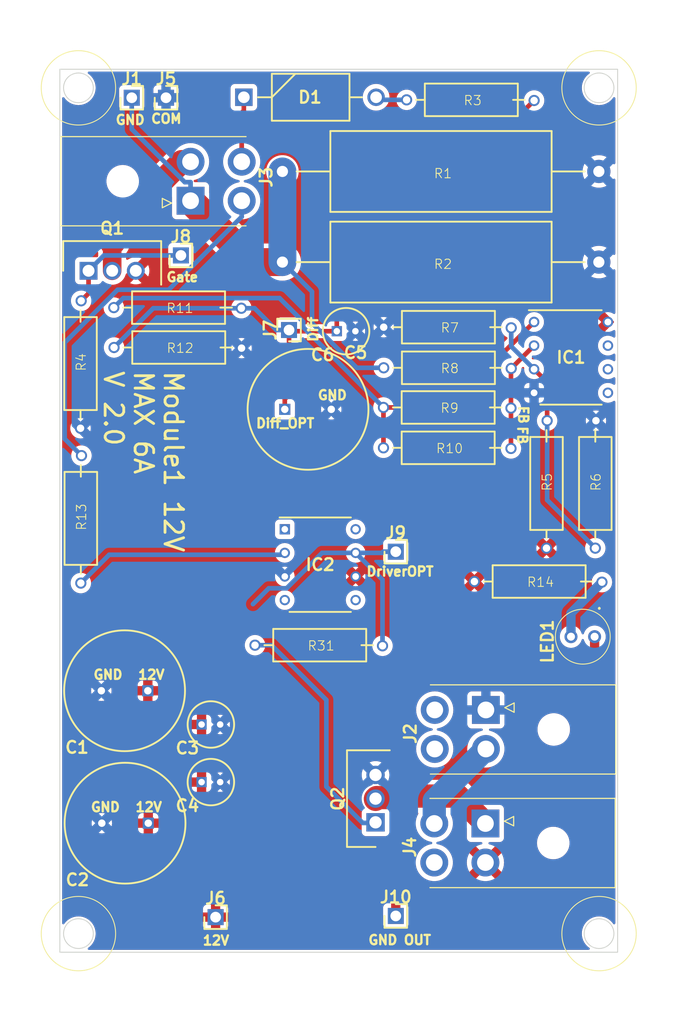
<source format=kicad_pcb>
(kicad_pcb (version 20221018) (generator pcbnew)
  (layers (0 "F.Cu" signal) (31 "B.Cu" signal) (34 "B.Paste" user) (35 "F.Paste" user) (36 "B.SilkS" user "B.Silkscreen") (37 "F.SilkS" user "F.Silkscreen") (38 "B.Mask" user) (39 "F.Mask" user) (44 "Edge.Cuts" user))
  (net 0 "")
  (net 1 "GND")
  (net 2 "Net-(D1-A)")
  (net 3 "/GateDriverOpt")
  (net 4 "/DiffOpt")
  (net 5 "/GateDriverIn")
  (net 6 "Net-(LED1-A)")
  (net 7 "/Prope_PMOS_Gate")
  (net 9 "/12V_Input")
  (net 10 "/EX_Power")
  (net 11 "/12V_Supply")
  (net 12 "Net-(D1-K)")
  (net 13 "Net-(IC1-1OUT)")
  (net 14 "Net-(IC1-1IN-)")
  (net 15 "Net-(IC1-1IN+)")
  (net 20 "Net-(IC2-LOGIC_INPUT_A)")
  (net 24 "/Diff-")
  (net 27 "Net-(Q2-G)")
  (net 28 "/GND_OUT")
  (footprint "Import:CAPPRD200W50D500H1100" (layer "F.Cu") (at 35.2458 90.4978)
    (fp_text reference "C3" (at -1.524 2.54) (layer "F.SilkS") (effects (font (size 1.27 1.27) (thickness 0.254))))
    (fp_text value "515D225M100JA6AE3" hide)
    (fp_circle (center 1 0) (end 1 2.5) (stroke (width 0.2)) (fill none) (layer "F.SilkS"))
    (pad "1" thru_hole rect (at 0 0) (size 1.1 1.1) (drill 0.7) (layers "*.Cu" "*.Mask") (net 11 "/12V_Supply"))
    (pad "2" thru_hole circle (at 2 0) (size 1.1 1.1) (drill 0.7) (layers "*.Cu" "*.Mask") (net 1 "GND"))
  )
  (footprint "Import:HDRV1W66P0X254_1X1_213X254X1074P" (layer "F.Cu") (at 36.7538 111.2266)
    (fp_text reference "J6" (at 0 -2.032) (layer "F.SilkS") (effects (font (size 1.27 1.27) (thickness 0.254))))
    (fp_text value "87224-1" hide)
    (fp_line (start -1.212 0) (end -1.212 1.27) (stroke (width 0.2)) (layer "F.SilkS"))
    (fp_line (start -1.212 1.27) (end 1.213 1.27) (stroke (width 0.2)) (layer "F.SilkS"))
    (fp_line (start 1.213 -1.27) (end 0 -1.27) (stroke (width 0.2)) (layer "F.SilkS"))
    (fp_line (start 1.213 1.27) (end 1.213 -1.27) (stroke (width 0.2)) (layer "F.SilkS"))
    (pad "1" thru_hole rect (at 0 0) (size 1.725 1.725) (drill 1.15) (layers "*.Cu" "*.Mask") (net 11 "/12V_Supply"))
  )
  (footprint "Import:2285045" (layer "F.Cu") (at 77.5208 81.0514 -90)
    (fp_text reference "LED1" (at 0.508 5.08 -90) (layer "F.SilkS") (effects (font (size 1.27 1.27) (thickness 0.254))))
    (fp_text value "228-5045" hide)
    (fp_line (start -3.098 -0.508) (end -3.098 -0.508) (stroke (width 0.2)) (layer "F.SilkS"))
    (fp_line (start -3.098 -0.508) (end -3.098 -0.508) (stroke (width 0.2)) (layer "F.SilkS"))
    (fp_line (start -3.048 -0.508) (end -3.048 -0.508) (stroke (width 0.2)) (layer "F.SilkS"))
    (fp_line (start -2.95 1.27) (end -2.95 1.27) (stroke (width 0.1)) (layer "F.SilkS"))
    (fp_line (start 2.95 1.27) (end 2.95 1.27) (stroke (width 0.1)) (layer "F.SilkS"))
    (fp_arc (start -3.098 -0.508) (mid -3.048 -0.558) (end -2.998 -0.508) (stroke (width 0.2)) (layer "F.SilkS"))
    (fp_arc (start -2.998 -0.508) (mid -3.048 -0.458) (end -3.098 -0.508) (stroke (width 0.2)) (layer "F.SilkS"))
    (fp_arc (start -2.998 -0.508) (mid -3.048 -0.458) (end -3.098 -0.508) (stroke (width 0.2)) (layer "F.SilkS"))
    (fp_arc (start -2.95 1.27) (mid 0 -1.68) (end 2.95 1.27) (stroke (width 0.1)) (layer "F.SilkS"))
    (fp_arc (start 2.95 1.27) (mid 0 4.22) (end -2.95 1.27) (stroke (width 0.1)) (layer "F.SilkS"))
    (pad "1" thru_hole circle (at 0 0 270) (size 1.397 1.397) (drill 0.86) (layers "*.Cu" "*.Mask") (net 28 "/GND_OUT"))
    (pad "2" thru_hole circle (at 0 2.54 270) (size 1.397 1.397) (drill 0.86) (layers "*.Cu" "*.Mask") (net 6 "Net-(LED1-A)"))
  )
  (footprint "Import:39-30-104Y" (layer "F.Cu") (at 65.7758 101.151 90)
    (fp_text reference "J4" (at -2.54 -8.128 90) (layer "F.SilkS") (effects (font (size 1.27 1.27) (thickness 0.254))))
    (fp_text value "39-30-1040" hide)
    (fp_line (start -6.9 13.968) (end -6.9 -5.968) (stroke (width 0.127)) (layer "F.SilkS"))
    (fp_line (start -0.25 3.04) (end 0.25 2.04) (stroke (width 0.127)) (layer "F.SilkS"))
    (fp_line (start 0.25 2.04) (end 0.75 3.04) (stroke (width 0.127)) (layer "F.SilkS"))
    (fp_line (start 0.75 3.04) (end -0.25 3.04) (stroke (width 0.127)) (layer "F.SilkS"))
    (fp_line (start 2.7 -5.968) (end 2.7 13.968) (stroke (width 0.127)) (layer "F.SilkS"))
    (fp_line (start 2.7 13.968) (end -6.9 13.968) (stroke (width 0.127)) (layer "F.SilkS"))
    (pad "" np_thru_hole circle (at -2.1 7.3 90) (size 3 3) (drill 3) (layers "*.Cu" "*.Mask"))
    (pad "1" thru_hole rect (at 0 0 90) (size 3 3) (drill 1.8) (layers "*.Cu" "*.Mask") (net 28 "/GND_OUT"))
    (pad "2" thru_hole circle (at -4.2 0 90) (size 3 3) (drill 1.8) (layers "*.Cu" "*.Mask") (net 11 "/12V_Supply"))
    (pad "3" thru_hole circle (at 0 -5.5 90) (size 3 3) (drill 1.8) (layers "*.Cu" "*.Mask") (net 10 "/EX_Power"))
    (pad "4" thru_hole circle (at -4.2 -5.5 90) (size 3 3) (drill 1.8) (layers "*.Cu" "*.Mask"))
  )
  (footprint "Import:HDRV1W66P0X254_1X1_213X254X1074P" (layer "F.Cu") (at 31.4198 23.0632)
    (fp_text reference "J5" (at 0 -2.032) (layer "F.SilkS") (effects (font (size 1.27 1.27) (thickness 0.254))))
    (fp_text value "87224-1" hide)
    (fp_line (start -1.212 0) (end -1.212 1.27) (stroke (width 0.2)) (layer "F.SilkS"))
    (fp_line (start -1.212 1.27) (end 1.213 1.27) (stroke (width 0.2)) (layer "F.SilkS"))
    (fp_line (start 1.213 -1.27) (end 0 -1.27) (stroke (width 0.2)) (layer "F.SilkS"))
    (fp_line (start 1.213 1.27) (end 1.213 -1.27) (stroke (width 0.2)) (layer "F.SilkS"))
    (pad "1" thru_hole rect (at 0 0) (size 1.725 1.725) (drill 1.15) (layers "*.Cu" "*.Mask") (net 1 "GND"))
  )
  (footprint "Costum:Resistor" (layer "F.Cu") (at 61.9466 51.1728)
    (fp_text reference "R8" (at 0 1.016 unlocked) (layer "F.SilkS") (effects (font (thickness 0.1))))
    (fp_text value "10K")
    (fp_line (start -6.096 0.948) (end -5.15 0.948) (stroke (width 0.2)) (layer "F.SilkS"))
    (fp_line (start -5.15 -0.802) (end 4.85 -0.802) (stroke (width 0.2)) (layer "F.SilkS"))
    (fp_line (start -5.15 2.698) (end -5.15 -0.802) (stroke (width 0.2)) (layer "F.SilkS"))
    (fp_line (start 4.342 0.948) (end 5.588 0.948) (stroke (width 0.2)) (layer "F.SilkS"))
    (fp_line (start 4.85 -0.802) (end 4.85 2.698) (stroke (width 0.2)) (layer "F.SilkS"))
    (fp_line (start 4.85 2.698) (end -5.15 2.698) (stroke (width 0.2)) (layer "F.SilkS"))
    (pad "1" thru_hole circle (at -7.112 0.948) (size 1.2 1.2) (drill 0.8) (layers "*.Cu" "*.Mask") (net 24 "/Diff-"))
    (pad "2" thru_hole circle (at 6.604 1.016) (size 1.2 1.2) (drill 0.8) (layers "*.Cu" "*.Mask") (net 14 "Net-(IC1-1IN-)"))
  )
  (footprint "Costum:Resistor" (layer "F.Cu") (at 71.7042 74.168)
    (fp_text reference "R14" (at 0 1.016 unlocked) (layer "F.SilkS") (effects (font (thickness 0.1))))
    (fp_text value "500")
    (fp_line (start -6.096 0.948) (end -5.15 0.948) (stroke (width 0.2)) (layer "F.SilkS"))
    (fp_line (start -5.15 -0.802) (end 4.85 -0.802) (stroke (width 0.2)) (layer "F.SilkS"))
    (fp_line (start -5.15 2.698) (end -5.15 -0.802) (stroke (width 0.2)) (layer "F.SilkS"))
    (fp_line (start 4.342 0.948) (end 5.588 0.948) (stroke (width 0.2)) (layer "F.SilkS"))
    (fp_line (start 4.85 -0.802) (end 4.85 2.698) (stroke (width 0.2)) (layer "F.SilkS"))
    (fp_line (start 4.85 2.698) (end -5.15 2.698) (stroke (width 0.2)) (layer "F.SilkS"))
    (pad "1" thru_hole circle (at -7.112 0.948) (size 1.2 1.2) (drill 0.8) (layers "*.Cu" "*.Mask") (net 11 "/12V_Supply"))
    (pad "2" thru_hole circle (at 6.604 1.016) (size 1.2 1.2) (drill 0.8) (layers "*.Cu" "*.Mask") (net 6 "Net-(LED1-A)"))
  )
  (footprint "Costum:Power Resistor" (layer "F.Cu") (at 54.102 41.4782)
    (fp_text reference "R2" (at 7.112 -0.508 unlocked) (layer "F.SilkS") (effects (font (thickness 0.1))))
    (fp_text value "RSAWW51R0")
    (fp_line (start -8.636 -0.73) (end -5.004 -0.73) (stroke (width 0.2)) (layer "F.SilkS"))
    (fp_line (start -5.004 -5.08) (end 18.796 -5.08) (stroke (width 0.2)) (layer "F.SilkS"))
    (fp_line (start -5.004 3.62) (end -5.004 -5.08) (stroke (width 0.2)) (layer "F.SilkS"))
    (fp_line (start 18.796 -5.08) (end 18.796 3.62) (stroke (width 0.2)) (layer "F.SilkS"))
    (fp_line (start 18.796 -0.73) (end 22.352 -0.73) (stroke (width 0.2)) (layer "F.SilkS"))
    (fp_line (start 18.796 3.62) (end -5.004 3.62) (stroke (width 0.2)) (layer "F.SilkS"))
    (pad "1" thru_hole circle (at -10.16 -0.73) (size 2.5 2.5) (drill 1.2) (layers "*.Cu" "*.Mask") (net 24 "/Diff-"))
    (pad "2" thru_hole circle (at 23.876 -0.73) (size 2.5 2.5) (drill 1.2) (layers "*.Cu" "*.Mask") (net 1 "GND"))
  )
  (footprint "Costum:Resistor" (layer "F.Cu") (at 64.4104 22.3438)
    (fp_text reference "R3" (at 0 1.016 unlocked) (layer "F.SilkS") (effects (font (thickness 0.1))))
    (fp_text value "1K")
    (fp_line (start -6.096 0.948) (end -5.15 0.948) (stroke (width 0.2)) (layer "F.SilkS"))
    (fp_line (start -5.15 -0.802) (end 4.85 -0.802) (stroke (width 0.2)) (layer "F.SilkS"))
    (fp_line (start -5.15 2.698) (end -5.15 -0.802) (stroke (width 0.2)) (layer "F.SilkS"))
    (fp_line (start 4.342 0.948) (end 5.588 0.948) (stroke (width 0.2)) (layer "F.SilkS"))
    (fp_line (start 4.85 -0.802) (end 4.85 2.698) (stroke (width 0.2)) (layer "F.SilkS"))
    (fp_line (start 4.85 2.698) (end -5.15 2.698) (stroke (width 0.2)) (layer "F.SilkS"))
    (pad "1" thru_hole circle (at -7.112 0.948) (size 1.2 1.2) (drill 0.8) (layers "*.Cu" "*.Mask") (net 2 "Net-(D1-A)"))
    (pad "2" thru_hole circle (at 6.604 1.016) (size 1.2 1.2) (drill 0.8) (layers "*.Cu" "*.Mask") (net 4 "/DiffOpt"))
  )
  (footprint "Import:HDRV1W66P0X254_1X1_213X254X1074P" (layer "F.Cu") (at 33.02 40.0304)
    (fp_text reference "J8" (at 0 -2.032) (layer "F.SilkS") (effects (font (size 1.27 1.27) (thickness 0.254))))
    (fp_text value "87224-1" hide)
    (fp_line (start -1.212 0) (end -1.212 1.27) (stroke (width 0.2)) (layer "F.SilkS"))
    (fp_line (start -1.212 1.27) (end 1.213 1.27) (stroke (width 0.2)) (layer "F.SilkS"))
    (fp_line (start 1.213 -1.27) (end 0 -1.27) (stroke (width 0.2)) (layer "F.SilkS"))
    (fp_line (start 1.213 1.27) (end 1.213 -1.27) (stroke (width 0.2)) (layer "F.SilkS"))
    (pad "1" thru_hole rect (at 0 0) (size 1.725 1.725) (drill 1.15) (layers "*.Cu" "*.Mask") (net 7 "/Prope_PMOS_Gate"))
  )
  (footprint "Costum:Resistor" (layer "F.Cu") (at 61.9212 55.44)
    (fp_text reference "R9" (at 0 1.016 unlocked) (layer "F.SilkS") (effects (font (thickness 0.1))))
    (fp_text value "400K")
    (fp_line (start -6.096 0.948) (end -5.15 0.948) (stroke (width 0.2)) (layer "F.SilkS"))
    (fp_line (start -5.15 -0.802) (end 4.85 -0.802) (stroke (width 0.2)) (layer "F.SilkS"))
    (fp_line (start -5.15 2.698) (end -5.15 -0.802) (stroke (width 0.2)) (layer "F.SilkS"))
    (fp_line (start 4.342 0.948) (end 5.588 0.948) (stroke (width 0.2)) (layer "F.SilkS"))
    (fp_line (start 4.85 -0.802) (end 4.85 2.698) (stroke (width 0.2)) (layer "F.SilkS"))
    (fp_line (start 4.85 2.698) (end -5.15 2.698) (stroke (width 0.2)) (layer "F.SilkS"))
    (pad "1" thru_hole circle (at -7.112 0.948) (size 1.2 1.2) (drill 0.8) (layers "*.Cu" "*.Mask") (net 13 "Net-(IC1-1OUT)"))
    (pad "2" thru_hole circle (at 6.604 1.016) (size 1.2 1.2) (drill 0.8) (layers "*.Cu" "*.Mask") (net 14 "Net-(IC1-1IN-)"))
  )
  (footprint "Import:CAPPRD500W60D1300H2200" (layer "F.Cu") (at 44.196 56.5912)
    (fp_text reference "C5" (at 7.62 -6.096) (layer "F.SilkS") (effects (font (size 1.27 1.27) (thickness 0.254))))
    (fp_text value "MAL214250102E3" hide)
    (fp_circle (center 2.5 0) (end 2.5 6.5) (stroke (width 0.2)) (fill none) (layer "F.SilkS"))
    (pad "1" thru_hole rect (at 0 0) (size 1.2 1.2) (drill 0.8) (layers "*.Cu" "*.Mask") (net 4 "/DiffOpt"))
    (pad "2" thru_hole circle (at 5 0) (size 1.2 1.2) (drill 0.8) (layers "*.Cu" "*.Mask") (net 1 "GND"))
  )
  (footprint "Import:DIP762W51P254L978H445Q8N" (layer "F.Cu") (at 48.006 73.3044)
    (fp_text reference "IC2" (at 0 0) (layer "F.SilkS") (effects (font (size 1.27 1.27) (thickness 0.254))))
    (fp_text value "MC33151P" hide)
    (fp_line (start -4.365 -5.08) (end 3.3 -5.08) (stroke (width 0.2)) (layer "F.SilkS"))
    (fp_line (start -3.3 5.08) (end 3.3 5.08) (stroke (width 0.2)) (layer "F.SilkS"))
    (pad "1" thru_hole rect (at -3.81 -3.81) (size 1.11 1.11) (drill 0.71) (layers "*.Cu" "*.Mask"))
    (pad "2" thru_hole circle (at -3.81 -1.27) (size 1.11 1.11) (drill 0.71) (layers "*.Cu" "*.Mask") (net 20 "Net-(IC2-LOGIC_INPUT_A)"))
    (pad "3" thru_hole circle (at -3.81 1.27) (size 1.11 1.11) (drill 0.71) (layers "*.Cu" "*.Mask") (net 1 "GND"))
    (pad "4" thru_hole circle (at -3.81 3.81) (size 1.11 1.11) (drill 0.71) (layers "*.Cu" "*.Mask"))
    (pad "5" thru_hole circle (at 3.81 3.81) (size 1.11 1.11) (drill 0.71) (layers "*.Cu" "*.Mask"))
    (pad "6" thru_hole circle (at 3.81 1.27) (size 1.11 1.11) (drill 0.71) (layers "*.Cu" "*.Mask") (net 11 "/12V_Supply"))
    (pad "7" thru_hole circle (at 3.81 -1.27) (size 1.11 1.11) (drill 0.71) (layers "*.Cu" "*.Mask") (net 3 "/GateDriverOpt"))
    (pad "8" thru_hole circle (at 3.81 -3.81) (size 1.11 1.11) (drill 0.71) (layers "*.Cu" "*.Mask"))
  )
  (footprint "Import:CAPPRD200W50D500H1100" (layer "F.Cu") (at 35.2458 96.6978)
    (fp_text reference "C4" (at -1.524 2.54) (layer "F.SilkS") (effects (font (size 1.27 1.27) (thickness 0.254))))
    (fp_text value "515D225M100JA6AE3" hide)
    (fp_circle (center 1 0) (end 1 2.5) (stroke (width 0.2)) (fill none) (layer "F.SilkS"))
    (pad "1" thru_hole rect (at 0 0) (size 1.1 1.1) (drill 0.7) (layers "*.Cu" "*.Mask") (net 11 "/12V_Supply"))
    (pad "2" thru_hole circle (at 2 0) (size 1.1 1.1) (drill 0.7) (layers "*.Cu" "*.Mask") (net 1 "GND"))
  )
  (footprint "Costum:Resistor" (layer "F.Cu") (at 61.9212 59.7834)
    (fp_text reference "R10" (at 0 1.016 unlocked) (layer "F.SilkS") (effects (font (thickness 0.1))))
    (fp_text value "400K")
    (fp_line (start -6.096 0.948) (end -5.15 0.948) (stroke (width 0.2)) (layer "F.SilkS"))
    (fp_line (start -5.15 -0.802) (end 4.85 -0.802) (stroke (width 0.2)) (layer "F.SilkS"))
    (fp_line (start -5.15 2.698) (end -5.15 -0.802) (stroke (width 0.2)) (layer "F.SilkS"))
    (fp_line (start 4.342 0.948) (end 5.588 0.948) (stroke (width 0.2)) (layer "F.SilkS"))
    (fp_line (start 4.85 -0.802) (end 4.85 2.698) (stroke (width 0.2)) (layer "F.SilkS"))
    (fp_line (start 4.85 2.698) (end -5.15 2.698) (stroke (width 0.2)) (layer "F.SilkS"))
    (pad "1" thru_hole circle (at -7.112 0.948) (size 1.2 1.2) (drill 0.8) (layers "*.Cu" "*.Mask") (net 13 "Net-(IC1-1OUT)"))
    (pad "2" thru_hole circle (at 6.604 1.016) (size 1.2 1.2) (drill 0.8) (layers "*.Cu" "*.Mask") (net 14 "Net-(IC1-1IN-)"))
  )
  (footprint "Costum:Resistor" (layer "F.Cu") (at 71.399 64.4144 90)
    (fp_text reference "R5" (at 0 1.016 90 unlocked) (layer "F.SilkS") (effects (font (thickness 0.1))))
    (fp_text value "400K")
    (fp_line (start -6.096 0.948) (end -5.15 0.948) (stroke (width 0.2)) (layer "F.SilkS"))
    (fp_line (start -5.15 -0.802) (end 4.85 -0.802) (stroke (width 0.2)) (layer "F.SilkS"))
    (fp_line (start -5.15 2.698) (end -5.15 -0.802) (stroke (width 0.2)) (layer "F.SilkS"))
    (fp_line (start 4.342 0.948) (end 5.588 0.948) (stroke (width 0.2)) (layer "F.SilkS"))
    (fp_line (start 4.85 -0.802) (end 4.85 2.698) (stroke (width 0.2)) (layer "F.SilkS"))
    (fp_line (start 4.85 2.698) (end -5.15 2.698) (stroke (width 0.2)) (layer "F.SilkS"))
    (pad "1" thru_hole circle (at -7.112 0.948 90) (size 1.2 1.2) (drill 0.8) (layers "*.Cu" "*.Mask") (net 11 "/12V_Supply"))
    (pad "2" thru_hole circle (at 6.604 1.016 90) (size 1.2 1.2) (drill 0.8) (layers "*.Cu" "*.Mask") (net 15 "Net-(IC1-1IN+)"))
  )
  (footprint "Import:HDRV1W66P0X254_1X1_213X254X1074P" (layer "F.Cu") (at 56.134 71.9074)
    (fp_text reference "J9" (at 0 -2.032) (layer "F.SilkS") (effects (font (size 1.27 1.27) (thickness 0.254))))
    (fp_text value "87224-1" hide)
    (fp_line (start -1.212 0) (end -1.212 1.27) (stroke (width 0.2)) (layer "F.SilkS"))
    (fp_line (start -1.212 1.27) (end 1.213 1.27) (stroke (width 0.2)) (layer "F.SilkS"))
    (fp_line (start 1.213 -1.27) (end 0 -1.27) (stroke (width 0.2)) (layer "F.SilkS"))
    (fp_line (start 1.213 1.27) (end 1.213 -1.27) (stroke (width 0.2)) (layer "F.SilkS"))
    (pad "1" thru_hole rect (at 0 0) (size 1.725 1.725) (drill 1.15) (layers "*.Cu" "*.Mask") (net 3 "/GateDriverOpt"))
  )
  (footprint "Import:CAPPRD500W60D1300H2200" (layer "F.Cu") (at 29.5148 101.1174 180)
    (fp_text reference "C2" (at 7.62 -6.096 180) (layer "F.SilkS") (effects (font (size 1.27 1.27) (thickness 0.254))))
    (fp_text value "MAL214250102E3" hide)
    (fp_circle (center 2.5 0) (end 2.5 6.5) (stroke (width 0.2)) (fill none) (layer "F.SilkS"))
    (pad "1" thru_hole rect (at 0 0 180) (size 1.2 1.2) (drill 0.8) (layers "*.Cu" "*.Mask") (net 11 "/12V_Supply"))
    (pad "2" thru_hole circle (at 5 0 180) (size 1.2 1.2) (drill 0.8) (layers "*.Cu" "*.Mask") (net 1 "GND"))
  )
  (footprint "Costum:Resistor" (layer "F.Cu") (at 21.277 51.5152 90)
    (fp_text reference "R4" (at 0 1.016 90 unlocked) (layer "F.SilkS") (effects (font (thickness 0.1))))
    (fp_text value "10K")
    (fp_line (start -6.096 0.948) (end -5.15 0.948) (stroke (width 0.2)) (layer "F.SilkS"))
    (fp_line (start -5.15 -0.802) (end 4.85 -0.802) (stroke (width 0.2)) (layer "F.SilkS"))
    (fp_line (start -5.15 2.698) (end -5.15 -0.802) (stroke (width 0.2)) (layer "F.SilkS"))
    (fp_line (start 4.342 0.948) (end 5.588 0.948) (stroke (width 0.2)) (layer "F.SilkS"))
    (fp_line (start 4.85 -0.802) (end 4.85 2.698) (stroke (width 0.2)) (layer "F.SilkS"))
    (fp_line (start 4.85 2.698) (end -5.15 2.698) (stroke (width 0.2)) (layer "F.SilkS"))
    (pad "1" thru_hole circle (at -7.112 0.948 90) (size 1.2 1.2) (drill 0.8) (layers "*.Cu" "*.Mask") (net 1 "GND"))
    (pad "2" thru_hole circle (at 6.604 1.016 90) (size 1.2 1.2) (drill 0.8) (layers "*.Cu" "*.Mask") (net 7 "/Prope_PMOS_Gate"))
  )
  (footprint "Import:HDRV1W66P0X254_1X1_213X254X1074P" (layer "F.Cu") (at 44.6532 48.0568 90)
    (fp_text reference "J7" (at 0 -2.032 90) (layer "F.SilkS") (effects (font (size 1.27 1.27) (thickness 0.254))))
    (fp_text value "87224-1" hide)
    (fp_line (start -1.212 0) (end -1.212 1.27) (stroke (width 0.2)) (layer "F.SilkS"))
    (fp_line (start -1.212 1.27) (end 1.213 1.27) (stroke (width 0.2)) (layer "F.SilkS"))
    (fp_line (start 1.213 -1.27) (end 0 -1.27) (stroke (width 0.2)) (layer "F.SilkS"))
    (fp_line (start 1.213 1.27) (end 1.213 -1.27) (stroke (width 0.2)) (layer "F.SilkS"))
    (pad "1" thru_hole rect (at 0 0 90) (size 1.725 1.725) (drill 1.15) (layers "*.Cu" "*.Mask") (net 4 "/DiffOpt"))
  )
  (footprint "Import:HDRV1W66P0X254_1X1_213X254X1074P" (layer "F.Cu") (at 56.134 111.0996)
    (fp_text reference "J10" (at 0 -2.032) (layer "F.SilkS") (effects (font (size 1.27 1.27) (thickness 0.254))))
    (fp_text value "87224-1" hide)
    (fp_line (start -1.212 0) (end -1.212 1.27) (stroke (width 0.2)) (layer "F.SilkS"))
    (fp_line (start -1.212 1.27) (end 1.213 1.27) (stroke (width 0.2)) (layer "F.SilkS"))
    (fp_line (start 1.213 -1.27) (end 0 -1.27) (stroke (width 0.2)) (layer "F.SilkS"))
    (fp_line (start 1.213 1.27) (end 1.213 -1.27) (stroke (width 0.2)) (layer "F.SilkS"))
    (pad "1" thru_hole rect (at 0 0) (size 1.725 1.725) (drill 1.15) (layers "*.Cu" "*.Mask") (net 28 "/GND_OUT"))
  )
  (footprint "Import:39-30-104Y" (layer "F.Cu") (at 65.8266 88.9336 90)
    (fp_text reference "J2" (at -2.54 -8.128 90) (layer "F.SilkS") (effects (font (size 1.27 1.27) (thickness 0.254))))
    (fp_text value "39-30-1040" hide)
    (fp_line (start -6.9 13.968) (end -6.9 -5.968) (stroke (width 0.127)) (layer "F.SilkS"))
    (fp_line (start -0.25 3.04) (end 0.25 2.04) (stroke (width 0.127)) (layer "F.SilkS"))
    (fp_line (start 0.25 2.04) (end 0.75 3.04) (stroke (width 0.127)) (layer "F.SilkS"))
    (fp_line (start 0.75 3.04) (end -0.25 3.04) (stroke (width 0.127)) (layer "F.SilkS"))
    (fp_line (start 2.7 -5.968) (end 2.7 13.968) (stroke (width 0.127)) (layer "F.SilkS"))
    (fp_line (start 2.7 13.968) (end -6.9 13.968) (stroke (width 0.127)) (layer "F.SilkS"))
    (pad "" np_thru_hole circle (at -2.1 7.3 90) (size 3 3) (drill 3) (layers "*.Cu" "*.Mask"))
    (pad "1" thru_hole rect (at 0 0 90) (size 3 3) (drill 1.8) (layers "*.Cu" "*.Mask") (net 1 "GND"))
    (pad "2" thru_hole circle (at -4.2 0 90) (size 3 3) (drill 1.8) (layers "*.Cu" "*.Mask") (net 10 "/EX_Power"))
    (pad "3" thru_hole circle (at 0 -5.5 90) (size 3 3) (drill 1.8) (layers "*.Cu" "*.Mask"))
    (pad "4" thru_hole circle (at -4.2 -5.5 90) (size 3 3) (drill 1.8) (layers "*.Cu" "*.Mask"))
  )
  (footprint "Costum:Power Resistor" (layer "F.Cu") (at 54.102 31.7246)
    (fp_text reference "R1" (at 7.112 -0.508 unlocked) (layer "F.SilkS") (effects (font (thickness 0.1))))
    (fp_text value "RSAWW51R0")
    (fp_line (start -8.636 -0.73) (end -5.004 -0.73) (stroke (width 0.2)) (layer "F.SilkS"))
    (fp_line (start -5.004 -5.08) (end 18.796 -5.08) (stroke (width 0.2)) (layer "F.SilkS"))
    (fp_line (start -5.004 3.62) (end -5.004 -5.08) (stroke (width 0.2)) (layer "F.SilkS"))
    (fp_line (start 18.796 -5.08) (end 18.796 3.62) (stroke (width 0.2)) (layer "F.SilkS"))
    (fp_line (start 18.796 -0.73) (end 22.352 -0.73) (stroke (width 0.2)) (layer "F.SilkS"))
    (fp_line (start 18.796 3.62) (end -5.004 3.62) (stroke (width 0.2)) (layer "F.SilkS"))
    (pad "1" thru_hole circle (at -10.16 -0.73) (size 2.5 2.5) (drill 1.2) (layers "*.Cu" "*.Mask") (net 24 "/Diff-"))
    (pad "2" thru_hole circle (at 23.876 -0.73) (size 2.5 2.5) (drill 1.2) (layers "*.Cu" "*.Mask") (net 1 "GND"))
  )
  (footprint "Costum:Resistor" (layer "F.Cu") (at 48.1036 81.0178)
    (fp_text reference "R31" (at 0 1.016 unlocked) (layer "F.SilkS") (effects (font (thickness 0.1))))
    (fp_text value "11K")
    (fp_line (start -6.096 0.948) (end -5.15 0.948) (stroke (width 0.2)) (layer "F.SilkS"))
    (fp_line (start -5.15 -0.802) (end 4.85 -0.802) (stroke (width 0.2)) (layer "F.SilkS"))
    (fp_line (start -5.15 2.698) (end -5.15 -0.802) (stroke (width 0.2)) (layer "F.SilkS"))
    (fp_line (start 4.342 0.948) (end 5.588 0.948) (stroke (width 0.2)) (layer "F.SilkS"))
    (fp_line (start 4.85 -0.802) (end 4.85 2.698) (stroke (width 0.2)) (layer "F.SilkS"))
    (fp_line (start 4.85 2.698) (end -5.15 2.698) (stroke (width 0.2)) (layer "F.SilkS"))
    (pad "1" thru_hole circle (at -7.112 0.948) (size 1.2 1.2) (drill 0.8) (layers "*.Cu" "*.Mask") (net 27 "Net-(Q2-G)"))
    (pad "2" thru_hole circle (at 6.604 1.016) (size 1.2 1.2) (drill 0.8) (layers "*.Cu" "*.Mask") (net 3 "/GateDriverOpt"))
  )
  (footprint "Costum:Resistor" (layer "F.Cu") (at 21.3106 68.1736 90)
    (fp_text reference "R13" (at 0 1.016 90 unlocked) (layer "F.SilkS") (effects (font (thickness 0.1))))
    (fp_text value "1K")
    (fp_line (start -6.096 0.948) (end -5.15 0.948) (stroke (width 0.2)) (layer "F.SilkS"))
    (fp_line (start -5.15 -0.802) (end 4.85 -0.802) (stroke (width 0.2)) (layer "F.SilkS"))
    (fp_line (start -5.15 2.698) (end -5.15 -0.802) (stroke (width 0.2)) (layer "F.SilkS"))
    (fp_line (start 4.342 0.948) (end 5.588 0.948) (stroke (width 0.2)) (layer "F.SilkS"))
    (fp_line (start 4.85 -0.802) (end 4.85 2.698) (stroke (width 0.2)) (layer "F.SilkS"))
    (fp_line (start 4.85 2.698) (end -5.15 2.698) (stroke (width 0.2)) (layer "F.SilkS"))
    (pad "1" thru_hole circle (at -7.112 0.948 90) (size 1.2 1.2) (drill 0.8) (layers "*.Cu" "*.Mask") (net 20 "Net-(IC2-LOGIC_INPUT_A)"))
    (pad "2" thru_hole circle (at 6.604 1.016 90) (size 1.2 1.2) (drill 0.8) (layers "*.Cu" "*.Mask") (net 5 "/GateDriverIn"))
  )
  (footprint "Costum:Resistor" (layer "F.Cu") (at 61.9466 46.804)
    (fp_text reference "R7" (at 0 1.016 unlocked) (layer "F.SilkS") (effects (font (thickness 0.1))))
    (fp_text value "10K")
    (fp_line (start -6.096 0.948) (end -5.15 0.948) (stroke (width 0.2)) (layer "F.SilkS"))
    (fp_line (start -5.15 -0.802) (end 4.85 -0.802) (stroke (width 0.2)) (layer "F.SilkS"))
    (fp_line (start -5.15 2.698) (end -5.15 -0.802) (stroke (width 0.2)) (layer "F.SilkS"))
    (fp_line (start 4.342 0.948) (end 5.588 0.948) (stroke (width 0.2)) (layer "F.SilkS"))
    (fp_line (start 4.85 -0.802) (end 4.85 2.698) (stroke (width 0.2)) (layer "F.SilkS"))
    (fp_line (start 4.85 2.698) (end -5.15 2.698) (stroke (width 0.2)) (layer "F.SilkS"))
    (pad "1" thru_hole circle (at -7.112 0.948) (size 1.2 1.2) (drill 0.8) (layers "*.Cu" "*.Mask") (net 1 "GND"))
    (pad "2" thru_hole circle (at 6.604 1.016) (size 1.2 1.2) (drill 0.8) (layers "*.Cu" "*.Mask") (net 15 "Net-(IC1-1IN+)"))
  )
  (footprint "Costum:Resistor" (layer "F.Cu") (at 32.9184 44.6958)
    (fp_text reference "R11" (at 0 1.016 unlocked) (layer "F.SilkS") (effects (font (thickness 0.1))))
    (fp_text value "100K")
    (fp_line (start -6.096 0.948) (end -5.15 0.948) (stroke (width 0.2)) (layer "F.SilkS"))
    (fp_line (start -5.15 -0.802) (end 4.85 -0.802) (stroke (width 0.2)) (layer "F.SilkS"))
    (fp_line (start -5.15 2.698) (end -5.15 -0.802) (stroke (width 0.2)) (layer "F.SilkS"))
    (fp_line (start 4.342 0.948) (end 5.588 0.948) (stroke (width 0.2)) (layer "F.SilkS"))
    (fp_line (start 4.85 -0.802) (end 4.85 2.698) (stroke (width 0.2)) (layer "F.SilkS"))
    (fp_line (start 4.85 2.698) (end -5.15 2.698) (stroke (width 0.2)) (layer "F.SilkS"))
    (pad "1" thru_hole circle (at -7.112 0.948) (size 1.2 1.2) (drill 0.8) (layers "*.Cu" "*.Mask") (net 13 "Net-(IC1-1OUT)"))
    (pad "2" thru_hole circle (at 6.604 1.016) (size 1.2 1.2) (drill 0.8) (layers "*.Cu" "*.Mask") (net 4 "/DiffOpt"))
  )
  (footprint "Import:HDRV1W66P0X254_1X1_213X254X1074P" (layer "F.Cu") (at 27.7358 23.0632)
    (fp_text reference "J1" (at 0 -2.032) (layer "F.SilkS") (effects (font (size 1.27 1.27) (thickness 0.254))))
    (fp_text value "87224-1" hide)
    (fp_line (start -1.212 0) (end -1.212 1.27) (stroke (width 0.2)) (layer "F.SilkS"))
    (fp_line (start -1.212 1.27) (end 1.213 1.27) (stroke (width 0.2)) (layer "F.SilkS"))
    (fp_line (start 1.213 -1.27) (end 0 -1.27) (stroke (width 0.2)) (layer "F.SilkS"))
    (fp_line (start 1.213 1.27) (end 1.213 -1.27) (stroke (width 0.2)) (layer "F.SilkS"))
    (pad "1" thru_hole rect (at 0 0) (size 1.725 1.725) (drill 1.15) (layers "*.Cu" "*.Mask") (net 24 "/Diff-"))
  )
  (footprint "Import:DIP794W53P254L959H508Q8N" (layer "F.Cu") (at 74.9808 51.0032)
    (fp_text reference "IC1" (at 0 0) (layer "F.SilkS") (effects (font (size 1.27 1.27) (thickness 0.254))))
    (fp_text value "LM293P" hide)
    (fp_line (start -4.535 -5.08) (end 3.3 -5.08) (stroke (width 0.2)) (layer "F.SilkS"))
    (fp_line (start -3.3 5.08) (end 3.3 5.08) (stroke (width 0.2)) (layer "F.SilkS"))
    (pad "1" thru_hole circle (at -3.97 -3.81) (size 1.13 1.13) (drill 0.73) (layers "*.Cu" "*.Mask") (net 13 "Net-(IC1-1OUT)"))
    (pad "2" thru_hole circle (at -3.97 -1.27) (size 1.13 1.13) (drill 0.73) (layers "*.Cu" "*.Mask") (net 14 "Net-(IC1-1IN-)"))
    (pad "3" thru_hole circle (at -3.97 1.27) (size 1.13 1.13) (drill 0.73) (layers "*.Cu" "*.Mask") (net 15 "Net-(IC1-1IN+)"))
    (pad "4" thru_hole rect (at -3.97 3.81) (size 1.13 1.13) (drill 0.73) (layers "*.Cu" "*.Mask") (net 1 "GND"))
    (pad "5" thru_hole circle (at 3.97 3.81) (size 1.13 1.13) (drill 0.73) (layers "*.Cu" "*.Mask"))
    (pad "6" thru_hole circle (at 3.97 1.27) (size 1.13 1.13) (drill 0.73) (layers "*.Cu" "*.Mask"))
    (pad "7" thru_hole circle (at 3.97 -1.27) (size 1.13 1.13) (drill 0.73) (layers "*.Cu" "*.Mask"))
    (pad "8" thru_hole circle (at 3.97 -3.81) (size 1.13 1.13) (drill 0.73) (layers "*.Cu" "*.Mask") (net 11 "/12V_Supply"))
  )
  (footprint "Costum:Resistor" (layer "F.Cu") (at 32.9398 48.9884)
    (fp_text reference "R12" (at 0 1.016 unlocked) (layer "F.SilkS") (effects (font (thickness 0.1))))
    (fp_text value "20K")
    (fp_line (start -6.096 0.948) (end -5.15 0.948) (stroke (width 0.2)) (layer "F.SilkS"))
    (fp_line (start -5.15 -0.802) (end 4.85 -0.802) (stroke (width 0.2)) (layer "F.SilkS"))
    (fp_line (start -5.15 2.698) (end -5.15 -0.802) (stroke (width 0.2)) (layer "F.SilkS"))
    (fp_line (start 4.342 0.948) (end 5.588 0.948) (stroke (width 0.2)) (layer "F.SilkS"))
    (fp_line (start 4.85 -0.802) (end 4.85 2.698) (stroke (width 0.2)) (layer "F.SilkS"))
    (fp_line (start 4.85 2.698) (end -5.15 2.698) (stroke (width 0.2)) (layer "F.SilkS"))
    (pad "1" thru_hole circle (at -7.112 0.948) (size 1.2 1.2) (drill 0.8) (layers "*.Cu" "*.Mask") (net 4 "/DiffOpt"))
    (pad "2" thru_hole circle (at 6.604 1.016) (size 1.2 1.2) (drill 0.8) (layers "*.Cu" "*.Mask") (net 1 "GND"))
  )
  (footprint "Import:TO254P469X1042X1967-3P" (layer "F.Cu") (at 23.0886 41.6814)
    (fp_text reference "Q1" (at 2.54 -4.572) (layer "F.SilkS") (effects (font (size 1.27 1.27) (thickness 0.254))))
    (fp_text value "IRF4905PBF" hide)
    (fp_line (start -2.73 -3.195) (end -2.73 0) (stroke (width 0.2)) (layer "F.SilkS"))
    (fp_line (start 7.81 -3.195) (end -2.73 -3.195) (stroke (width 0.2)) (layer "F.SilkS"))
    (fp_line (start 7.81 1.495) (end 7.81 -3.195) (stroke (width 0.2)) (layer "F.SilkS"))
    (pad "1" thru_hole rect (at 0 0) (size 1.92 1.92) (drill 1.28) (layers "*.Cu" "*.Mask") (net 7 "/Prope_PMOS_Gate"))
    (pad "2" thru_hole circle (at 2.54 0) (size 1.92 1.92) (drill 1.28) (layers "*.Cu" "*.Mask") (net 9 "/12V_Input"))
    (pad "3" thru_hole circle (at 5.08 0) (size 1.92 1.92) (drill 1.28) (layers "*.Cu" "*.Mask") (net 11 "/12V_Supply"))
  )
  (footprint "Import:TO255P460X1020X2008-3P" (layer "F.Cu") (at 53.9576 101.0258 90)
    (fp_text reference "Q2" (at 2.54 -4.064 90) (layer "F.SilkS") (effects (font (size 1.27 1.27) (thickness 0.254))))
    (fp_text value "IRF530" hide)
    (fp_line (start -2.65 -3.07) (end -2.65 0) (stroke (width 0.2)) (layer "F.SilkS"))
    (fp_line (start 7.75 -3.07) (end -2.65 -3.07) (stroke (width 0.2)) (layer "F.SilkS"))
    (fp_line (start 7.75 1.53) (end 7.75 -3.07) (stroke (width 0.2)) (layer "F.SilkS"))
    (pad "1" thru_hole rect (at 0 0 90) (size 1.98 1.98) (drill 1.32) (layers "*.Cu" "*.Mask") (net 27 "Net-(Q2-G)"))
    (pad "2" thru_hole circle (at 2.55 0 90) (size 1.98 1.98) (drill 1.32) (layers "*.Cu" "*.Mask") (net 28 "/GND_OUT"))
    (pad "3" thru_hole circle (at 5.1 0 90) (size 1.98 1.98) (drill 1.32) (layers "*.Cu" "*.Mask") (net 1 "GND"))
  )
  (footprint "Import:CAPPRD200W50D500H1100" (layer "F.Cu") (at 49.7906 48.1838)
    (fp_text reference "C6" (at -1.524 2.54) (layer "F.SilkS") (effects (font (size 1.27 1.27) (thickness 0.254))))
    (fp_text value "515D225M100JA6AE3" hide)
    (fp_circle (center 1 0) (end 1 2.5) (stroke (width 0.2)) (fill none) (layer "F.SilkS"))
    (pad "1" thru_hole rect (at 0 0) (size 1.1 1.1) (drill 0.7) (layers "*.Cu" "*.Mask") (net 4 "/DiffOpt"))
    (pad "2" thru_hole circle (at 2 0) (size 1.1 1.1) (drill 0.7) (layers "*.Cu" "*.Mask") (net 1 "GND"))
  )
  (footprint "Import:39-30-104Y" (layer "F.Cu") (at 34.0614 34.1466 -90)
    (fp_text reference "J3" (at -2.54 -8.128 -90) (layer "F.SilkS") (effects (font (size 1.27 1.27) (thickness 0.254))))
    (fp_text value "39-30-1040" hide)
    (fp_line (start -6.9 13.968) (end -6.9 -5.968) (stroke (width 0.127)) (layer "F.SilkS"))
    (fp_line (start -0.25 3.04) (end 0.25 2.04) (stroke (width 0.127)) (layer "F.SilkS"))
    (fp_line (start 0.25 2.04) (end 0.75 3.04) (stroke (width 0.127)) (layer "F.SilkS"))
    (fp_line (start 0.75 3.04) (end -0.25 3.04) (stroke (width 0.127)) (layer "F.SilkS"))
    (fp_line (start 2.7 -5.968) (end 2.7 13.968) (stroke (width 0.127)) (layer "F.SilkS"))
    (fp_line (start 2.7 13.968) (end -6.9 13.968) (stroke (width 0.127)) (layer "F.SilkS"))
    (pad "" np_thru_hole circle (at -2.1 7.3 270) (size 3 3) (drill 3) (layers "*.Cu" "*.Mask"))
    (pad "1" thru_hole rect (at 0 0 270) (size 3 3) (drill 1.8) (layers "*.Cu" "*.Mask") (net 24 "/Diff-"))
    (pad "2" thru_hole circle (at -4.2 0 270) (size 3 3) (drill 1.8) (layers "*.Cu" "*.Mask") (net 9 "/12V_Input"))
    (pad "3" thru_hole circle (at 0 -5.5 270) (size 3 3) (drill 1.8) (layers "*.Cu" "*.Mask") (net 5 "/GateDriverIn"))
    (pad "4" thru_hole circle (at -4.2 -5.5 270) (size 3 3) (drill 1.8) (layers "*.Cu" "*.Mask") (net 12 "Net-(D1-K)"))
  )
  (footprint "Costum:Resistor" (layer "F.Cu") (at 76.649 64.4144 90)
    (fp_text reference "R6" (at 0 1.016 90 unlocked) (layer "F.SilkS") (effects (font (thickness 0.1))))
    (fp_text value "400K")
    (fp_line (start -6.096 0.948) (end -5.15 0.948) (stroke (width 0.2)) (layer "F.SilkS"))
    (fp_line (start -5.15 -0.802) (end 4.85 -0.802) (stroke (width 0.2)) (layer "F.SilkS"))
    (fp_line (start -5.15 2.698) (end -5.15 -0.802) (stroke (width 0.2)) (layer "F.SilkS"))
    (fp_line (start 4.342 0.948) (end 5.588 0.948) (stroke (width 0.2)) (layer "F.SilkS"))
    (fp_line (start 4.85 -0.802) (end 4.85 2.698) (stroke (width 0.2)) (layer "F.SilkS"))
    (fp_line (start 4.85 2.698) (end -5.15 2.698) (stroke (width 0.2)) (layer "F.SilkS"))
    (pad "1" thru_hole circle (at -7.112 0.948 90) (size 1.2 1.2) (drill 0.8) (layers "*.Cu" "*.Mask") (net 15 "Net-(IC1-1IN+)"))
    (pad "2" thru_hole circle (at 6.604 1.016 90) (size 1.2 1.2) (drill 0.8) (layers "*.Cu" "*.Mask") (net 1 "GND"))
  )
  (footprint "Import:CAPPRD500W60D1300H2200" (layer "F.Cu") (at 29.464 86.868 180)
    (fp_text reference "C1" (at 7.62 -6.096 180) (layer "F.SilkS") (effects (font (size 1.27 1.27) (thickness 0.254))))
    (fp_text value "MAL214250102E3" hide)
    (fp_circle (center 2.5 0) (end 2.5 6.5) (stroke (width 0.2)) (fill none) (layer "F.SilkS"))
    (pad "1" thru_hole rect (at 0 0 180) (size 1.2 1.2) (drill 0.8) (layers "*.Cu" "*.Mask") (net 11 "/12V_Supply"))
    (pad "2" thru_hole circle (at 5 0 180) (size 1.2 1.2) (drill 0.8) (layers "*.Cu" "*.Mask") (net 1 "GND"))
  )
  (footprint "Import:DIOAD2855W107L835D505" (layer "F.Cu") (at 32.6815 23.0124)
    (fp_text reference "D1" (at 14.224 0) (layer "F.SilkS") (effects (font (size 1.27 1.27) (thickness 0.254))))
    (fp_text value "1.5KE22CAHE3_A_C" hide)
    (fp_line (start 8.636 0) (end 10.125 0) (stroke (width 0.2)) (layer "F.SilkS"))
    (fp_line (start 10.125 -2.525) (end 18.475 -2.525) (stroke (width 0.2)) (layer "F.SilkS"))
    (fp_line (start 10.125 0) (end 12.65 -2.525) (stroke (width 0.2)) (layer "F.SilkS"))
    (fp_line (start 10.125 2.525) (end 10.125 -2.525) (stroke (width 0.2)) (layer "F.SilkS"))
    (fp_line (start 18.475 -2.525) (end 18.475 2.525) (stroke (width 0.2)) (layer "F.SilkS"))
    (fp_line (start 18.475 0) (end 19.812 0) (stroke (width 0.2)) (layer "F.SilkS"))
    (fp_line (start 18.475 2.525) (end 10.125 2.525) (stroke (width 0.2)) (layer "F.SilkS"))
    (pad "1" thru_hole rect (at 7.112 0) (size 1.875 1.875) (drill 1.25) (layers "*.Cu" "*.Mask") (net 12 "Net-(D1-K)"))
    (pad "2" thru_hole circle (at 21.336 0) (size 1.875 1.875) (drill 1.25) (layers "*.Cu" "*.Mask") (net 2 "Net-(D1-A)"))
  )
  (gr_circle (center 78 113) (end 82 113) (stroke (width 0.1)) (fill none) (layer "F.SilkS"))
  (gr_circle (center 22 113) (end 26 113) (stroke (width 0.1)) (fill none) (layer "F.SilkS"))
  (gr_circle (center 22 22) (end 26 22) (stroke (width 0.1)) (fill none) (layer "F.SilkS"))
  (gr_circle (center 78 22) (end 82 22) (stroke (width 0.1)) (fill none) (layer "F.SilkS"))
  (gr_circle (center 22 22) (end 23.6 22) (stroke (width 0.1)) (fill none) (layer "Edge.Cuts"))
  (gr_rect (start 20 20) (end 80 115) (stroke (width 0.1)) (fill none) (layer "Edge.Cuts"))
  (gr_circle (center 78 22) (end 79.6 22) (stroke (width 0.1)) (fill none) (layer "Edge.Cuts"))
  (gr_circle (center 22 113) (end 23.6 113) (stroke (width 0.1)) (fill none) (layer "Edge.Cuts"))
  (gr_circle (center 78 113) (end 79.6 113) (stroke (width 0.1)) (fill none) (layer "Edge.Cuts"))
  (gr_text "Gate" (at 31.3436 42.9514) (layer "F.SilkS") (effects (font (size 1 1) (thickness 0.25)) (justify left bottom)))
  (gr_text "GND" (at 51.0032 55.6514) (layer "F.SilkS") (effects (font (size 1 1) (thickness 0.25)) (justify right bottom)))
  (gr_text "12V" (at 35.2552 114.3254) (layer "F.SilkS") (effects (font (size 1 1) (thickness 0.25)) (justify left bottom)))
  (gr_text "12V" (at 28.2956 85.725) (layer "F.SilkS") (effects (font (size 1 1) (thickness 0.25)) (justify left bottom)))
  (gr_text "FB\n" (at 69.2658 58.2676 270) (layer "F.SilkS") (effects (font (size 1 1) (thickness 0.25)) (justify right bottom)))
  (gr_text "COM" (at 29.6926 25.908) (layer "F.SilkS") (effects (font (size 1 1) (thickness 0.25)) (justify left bottom)))
  (gr_text "Diff_OPT" (at 47.498 58.674) (layer "F.SilkS") (effects (font (size 1 1) (thickness 0.25)) (justify right bottom)))
  (gr_text "GND OUT" (at 53.0606 114.2746) (layer "F.SilkS") (effects (font (size 1 1) (thickness 0.25)) (justify left bottom)))
  (gr_text "12V" (at 28.0162 99.9744) (layer "F.SilkS") (effects (font (size 1 1) (thickness 0.25)) (justify left bottom)))
  (gr_text "Module1 12V\nMAX 6A\nV 2.0" (at 24.6126 52.2986 270) (layer "F.SilkS") (effects (font (size 2 2) (thickness 0.3)) (justify left bottom)))
  (gr_text "GND" (at 23.2156 99.9744) (layer "F.SilkS") (effects (font (size 1 1) (thickness 0.25)) (justify left bottom)))
  (gr_text "GND" (at 25.8826 26.035) (layer "F.SilkS") (effects (font (size 1 1) (thickness 0.25)) (justify left bottom)))
  (gr_text "DriverOPT" (at 52.8574 74.6252) (layer "F.SilkS") (effects (font (size 1 1) (thickness 0.25)) (justify left bottom)))
  (gr_text "GND" (at 23.495 85.725) (layer "F.SilkS") (effects (font (size 1 1) (thickness 0.25)) (justify left bottom)))
  (gr_text "Diff" (at 47.8282 49.4538 90) (layer "F.SilkS") (effects (font (size 1 1) (thickness 0.25)) (justify left bottom)))
  (gr_text "FB\n" (at 69.1642 60.4774 270) (layer "F.SilkS") (effects (font (size 1 1) (thickness 0.25)) (justify right bottom)))
  (segment (start 54.2969 23.2918) (end 54.0175 23.0124) (width 0.5) (layer "B.Cu") (net 2))
  (segment (start 57.2984 23.2918) (end 54.2969 23.2918) (width 0.5) (layer "B.Cu") (net 2))
  (segment (start 51.816 72.0344) (end 54.6445 72.0344) (width 0.5) (layer "B.Cu") (net 3))
  (segment (start 42.477 75.8444) (end 44.3966 75.8444) (width 0.5) (layer "B.Cu") (net 3))
  (segment (start 48.2066 72.0344) (end 51.816 72.0344) (width 0.5) (layer "B.Cu") (net 3))
  (segment (start 44.3966 75.8444) (end 48.2066 72.0344) (width 0.5) (layer "B.Cu") (net 3))
  (segment (start 54.7076 74.926) (end 51.816 72.0344) (width 0.5) (layer "B.Cu") (net 3))
  (segment (start 40.7752 77.5462) (end 42.477 75.8444) (width 0.5) (layer "B.Cu") (net 3))
  (segment (start 54.7076 82.0338) (end 54.7076 74.926) (width 0.5) (layer "B.Cu") (net 3))
  (segment (start 54.6445 72.0344) (end 54.7715 71.9074) (width 0.5) (layer "B.Cu") (net 3))
  (segment (start 56.134 71.9074) (end 54.7715 71.9074) (width 0.5) (layer "B.Cu") (net 3))
  (segment (start 44.6532 48.1838) (end 48.7406 48.1838) (width 0.5) (layer "F.Cu") (net 4))
  (segment (start 71.0144 23.3598) (end 49.7906 44.5836) (width 0.5) (layer "F.Cu") (net 4))
  (segment (start 44.196 55.4912) (end 44.6532 55.034) (width 0.5) (layer "F.Cu") (net 4))
  (segment (start 44.6532 55.034) (end 44.6532 48.1838) (width 0.5) (layer "F.Cu") (net 4))
  (segment (start 44.6532 48.1838) (end 44.6532 48.0568) (width 0.5) (layer "F.Cu") (net 4))
  (segment (start 49.7906 44.5836) (end 49.7906 48.1838) (width 0.5) (layer "F.Cu") (net 4))
  (segment (start 44.196 56.5912) (end 44.196 55.4912) (width 0.5) (layer "F.Cu") (net 4))
  (segment (start 49.7906 48.1838) (end 48.7406 48.1838) (width 0.5) (layer "F.Cu") (net 4))
  (segment (start 30.0524 45.7118) (end 25.8278 49.9364) (width 0.5) (layer "B.Cu") (net 4))
  (segment (start 40.9457 45.7118) (end 39.5224 45.7118) (width 0.5) (layer "B.Cu") (net 4))
  (segment (start 39.5224 45.7118) (end 30.0524 45.7118) (width 0.5) (layer "B.Cu") (net 4))
  (segment (start 43.2907 48.0568) (end 40.9457 45.7118) (width 0.5) (layer "B.Cu") (net 4))
  (segment (start 44.6532 48.0568) (end 43.2907 48.0568) (width 0.5) (layer "B.Cu") (net 4))
  (segment (start 26.2147 43.7215) (end 31.7124 43.7215) (width 0.5) (layer "B.Cu") (net 5))
  (segment (start 31.7124 43.7215) (end 39.5614 35.8725) (width 0.5) (layer "B.Cu") (net 5))
  (segment (start 20.5185 59.7615) (end 20.5185 49.4177) (width 0.5) (layer "B.Cu") (net 5))
  (segment (start 39.5614 35.8725) (end 39.5614 34.1466) (width 0.5) (layer "B.Cu") (net 5))
  (segment (start 22.3266 61.5696) (end 20.5185 59.7615) (width 0.5) (layer "B.Cu") (net 5))
  (segment (start 20.5185 49.4177) (end 26.2147 43.7215) (width 0.5) (layer "B.Cu") (net 5))
  (segment (start 74.9808 78.5114) (end 74.9808 81.0514) (width 1) (layer "B.Cu") (net 6))
  (segment (start 78.3082 75.184) (end 74.9808 78.5114) (width 1) (layer "B.Cu") (net 6))
  (segment (start 22.293 44.9112) (end 23.0886 44.1156) (width 0.5) (layer "F.Cu") (net 7))
  (segment (start 23.0886 44.1156) (end 23.0886 41.6814) (width 0.5) (layer "F.Cu") (net 7))
  (segment (start 33.02 40.0304) (end 24.7396 40.0304) (width 0.5) (layer "B.Cu") (net 7))
  (segment (start 24.7396 40.0304) (end 23.0886 41.6814) (width 0.5) (layer "B.Cu") (net 7))
  (segment (start 25.781 38.6588) (end 25.6286 38.8112) (width 2.5) (layer "F.Cu") (net 9))
  (segment (start 34.0614 29.9466) (end 33.104 29.9466) (width 2.5) (layer "F.Cu") (net 9))
  (segment (start 25.6286 38.8112) (end 25.6286 41.6814) (width 2) (layer "F.Cu") (net 9))
  (segment (start 25.781 37.2696) (end 25.781 38.6588) (width 2.5) (layer "F.Cu") (net 9))
  (segment (start 33.104 29.9466) (end 25.781 37.2696) (width 2.5) (layer "F.Cu") (net 9))
  (segment (start 65.8266 93.1336) (end 60.2758 98.6844) (width 2.5) (layer "B.Cu") (net 10))
  (segment (start 60.2758 98.6844) (end 60.2758 101.151) (width 2.5) (layer "B.Cu") (net 10))
  (segment (start 36.7538 111.227) (end 36.7538 111.2266) (width 1) (layer "F.Cu") (net 11))
  (segment (start 39.7935 24.4499) (end 39.5614 24.682) (width 0.5) (layer "F.Cu") (net 12))
  (segment (start 39.7935 23.0124) (end 39.7935 24.4499) (width 0.5) (layer "F.Cu") (net 12))
  (segment (start 39.5614 24.682) (end 39.5614 29.9466) (width 0.5) (layer "F.Cu") (net 12))
  (segment (start 54.8092 56.388) (end 54.8092 60.7314) (width 0.5) (layer "F.Cu") (net 13))
  (segment (start 54.8092 56.388) (end 61.816 56.388) (width 0.5) (layer "F.Cu") (net 13))
  (segment (start 61.816 56.388) (end 71.0108 47.1932) (width 0.5) (layer "F.Cu") (net 13))
  (segment (start 43.6274 44.6205) (end 46.1742 47.1673) (width 0.5) (layer "B.Cu") (net 13))
  (segment (start 25.8064 45.6438) (end 26.8297 44.6205) (width 0.5) (layer "B.Cu") (net 13))
  (segment (start 46.1742 47.1673) (end 46.1742 47.753) (width 0.5) (layer "B.Cu") (net 13))
  (segment (start 26.8297 44.6205) (end 43.6274 44.6205) (width 0.5) (layer "B.Cu") (net 13))
  (segment (start 46.1742 47.753) (end 54.8092 56.388) (width 0.5) (layer "B.Cu") (net 13))
  (segment (start 71.0062 49.7332) (end 71.0108 49.7332) (width 0.5) (layer "F.Cu") (net 14))
  (segment (start 68.5252 56.456) (end 68.5252 52.2142) (width 0.5) (layer "F.Cu") (net 14))
  (segment (start 68.5252 52.2142) (end 68.5506 52.1888) (width 0.5) (layer "F.Cu") (net 14))
  (segment (start 68.5506 52.1888) (end 71.0062 49.7332) (width 0.5) (layer "F.Cu") (net 14))
  (segment (start 68.5252 56.456) (end 68.5252 60.7994) (width 0.5) (layer "F.Cu") (net 14))
  (segment (start 72.415 57.8104) (end 72.415 53.6774) (width 0.5) (layer "F.Cu") (net 15))
  (segment (start 72.415 53.6774) (end 71.0108 52.2732) (width 0.5) (layer "F.Cu") (net 15))
  (segment (start 72.415 66.3444) (end 77.597 71.5264) (width 0.5) (layer "B.Cu") (net 15))
  (segment (start 68.5506 49.813) (end 71.0108 52.2732) (width 0.5) (layer "B.Cu") (net 15))
  (segment (start 68.5506 47.82) (end 68.5506 49.813) (width 0.5) (layer "B.Cu") (net 15))
  (segment (start 72.415 57.8104) (end 72.415 66.3444) (width 0.5) (layer "B.Cu") (net 15))
  (segment (start 25.3066 72.2376) (end 43.9928 72.2376) (width 0.5) (layer "B.Cu") (net 20))
  (segment (start 43.9928 72.2376) (end 44.196 72.0344) (width 0.5) (layer "B.Cu") (net 20))
  (segment (start 22.2586 75.2856) (end 25.3066 72.2376) (width 0.5) (layer "B.Cu") (net 20))
  (segment (start 34.0614 34.1466) (end 40.663 40.7482) (width 3) (layer "F.Cu") (net 24))
  (segment (start 40.663 40.7482) (end 43.942 40.7482) (width 3) (layer "F.Cu") (net 24))
  (segment (start 47.1219 47.3015) (end 47.1219 43.9281) (width 0.5) (layer "B.Cu") (net 24))
  (segment (start 34.0614 32.1466) (end 33.4364 32.1466) (width 0.5) (layer "B.Cu") (net 24))
  (segment (start 33.4364 32.1466) (end 27.7358 26.446) (width 0.5) (layer "B.Cu") (net 24))
  (segment (start 27.7358 26.446) (end 27.7358 23.0632) (width 0.5) (layer "B.Cu") (net 24))
  (segment (start 34.0614 34.1466) (end 34.0614 32.1466) (width 0.5) (layer "B.Cu") (net 24))
  (segment (start 43.942 40.7482) (end 43.942 30.9946) (width 3) (layer "B.Cu") (net 24))
  (segment (start 54.8346 52.1208) (end 51.9412 52.1208) (width 0.5) (layer "B.Cu") (net 24))
  (segment (start 47.1219 43.9281) (end 43.942 40.7482) (width 0.5) (layer "B.Cu") (net 24))
  (segment (start 51.9412 52.1208) (end 47.1219 47.3015) (width 0.5) (layer "B.Cu") (net 24))
  (segment (start 48.6664 97.1804) (end 52.578 101.092) (width 0.5) (layer "B.Cu") (net 27))
  (segment (start 40.9916 81.9658) (end 42.7736 81.9658) (width 0.5) (layer "B.Cu") (net 27))
  (segment (start 52.578 101.092) (end 53.9614 101.092) (width 0.5) (layer "B.Cu") (net 27))
  (segment (start 48.6664 87.8586) (end 48.6664 97.1804) (width 0.5) (layer "B.Cu") (net 27))
  (segment (start 42.7736 81.9658) (end 48.6664 87.8586) (width 0.5) (layer "B.Cu") (net 27))
  (segment (start 71.5726 98.201) (end 77.5208 92.2528) (width 1) (layer "F.Cu") (net 28))
  (segment (start 62.8258 98.201) (end 65.7758 101.151) (width 2.5) (layer "F.Cu") (net 28))
  (segment (start 57.7088 98.201) (end 71.5726 98.201) (width 1) (layer "F.Cu") (net 28))
  (segment (start 77.5208 92.2528) (end 77.5208 81.0514) (width 1) (layer "F.Cu") (net 28))
  (segment (start 57.7088 98.201) (end 62.8258 98.201) (width 2.5) (layer "F.Cu") (net 28))
  (segment (start 57.544 98.3658) (end 57.7088 98.201) (width 2.5) (layer "F.Cu") (net 28))
  (segment (start 53.9576 98.5482) (end 53.9576 98.4758) (width 2.5) (layer "F.Cu") (net 28))
  (segment (start 53.9614 98.552) (end 53.9576 98.5482) (width 2.5) (layer "F.Cu") (net 28))
  (segment (start 54.0676 98.3658) (end 57.544 98.3658) (width 2.5) (layer "F.Cu") (net 28))
  (segment (start 56.134 111.0996) (end 56.134 99.7758) (width 1) (layer "F.Cu") (net 28))
  (segment (start 56.134 99.7758) (end 57.7088 98.201) (width 1) (layer "F.Cu") (net 28))
  (segment (start 56.134 111.1) (end 56.134 111.0996) (width 1) (layer "F.Cu") (net 28))
  (segment (start 53.9576 98.4758) (end 54.0676 98.3658) (width 2.5) (layer "F.Cu") (net 28))
  (zone (net 11) (net_name "/12V_Supply") (layer "F.Cu") (connect_pads (clearance 0.5)) (min_thickness 0.25) (fill yes (thermal_gap 0.5) (thermal_bridge_width 1))
    (polygon (pts (xy 16.3322 15.6718) (xy 84.4296 15.6718) (xy 84.5312 15.7734) (xy 84.5312 120.1166) (xy 17.78 120.1166) (xy 15.7988 118.1354) (xy 15.7988 16.2052)))
  )
  (zone (net 1) (net_name "GND") (layer "B.Cu") (priority 1) (connect_pads (clearance 0.5)) (min_thickness 0.25) (fill yes (thermal_gap 0.5) (thermal_bridge_width 1))
    (polygon (pts (xy 14.1986 12.5476) (xy 85.9536 12.5476) (xy 85.7758 122.6312) (xy 13.5636 122.174)))
  )
)
</source>
